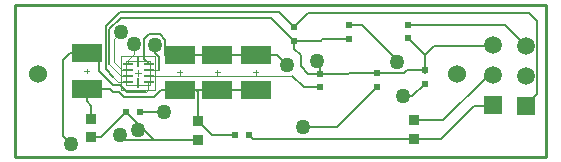
<source format=gtl>
G04 Layer_Physical_Order=1*
G04 Layer_Color=255*
%FSLAX44Y44*%
%MOMM*%
G71*
G01*
G75*
%ADD10R,0.5500X0.5500*%
%ADD11R,2.6000X1.5000*%
%ADD12R,0.8500X0.8500*%
%ADD13R,0.5500X0.5500*%
%ADD14R,0.9000X0.2500*%
%ADD15R,0.2500X0.9000*%
%ADD16C,0.2000*%
%ADD17C,0.1250*%
%ADD18C,0.1000*%
%ADD19C,0.2540*%
%ADD20C,0.0500*%
%ADD21C,1.5240*%
%ADD22C,1.5000*%
%ADD23R,1.5000X1.5000*%
%ADD24C,1.2700*%
D10*
X303500Y130843D02*
D03*
Y119158D02*
D03*
X256500Y129592D02*
D03*
Y117908D02*
D03*
X278500Y90092D02*
D03*
Y78408D02*
D03*
X327249Y90593D02*
D03*
Y78909D02*
D03*
X367250Y93343D02*
D03*
Y81659D02*
D03*
X353250Y131593D02*
D03*
Y119909D02*
D03*
D11*
X81000Y77250D02*
D03*
Y107250D02*
D03*
X159750Y76000D02*
D03*
Y106000D02*
D03*
X191750Y76000D02*
D03*
Y106000D02*
D03*
X224000Y76000D02*
D03*
Y106000D02*
D03*
D12*
X85000Y36251D02*
D03*
Y51750D02*
D03*
X175500Y34000D02*
D03*
Y49500D02*
D03*
X358500Y50500D02*
D03*
Y35000D02*
D03*
D13*
X206657Y38250D02*
D03*
X218341D02*
D03*
X114408Y57500D02*
D03*
X126092D02*
D03*
D14*
X116000Y98250D02*
D03*
Y93251D02*
D03*
Y88250D02*
D03*
Y83251D02*
D03*
X133500D02*
D03*
Y88250D02*
D03*
Y93251D02*
D03*
Y98250D02*
D03*
D15*
X124750Y82000D02*
D03*
Y99500D02*
D03*
D16*
X124206Y47702D02*
X137907Y34000D01*
X352669Y93250D02*
X367250D01*
X374991Y113650D02*
X418000D01*
X367250Y105909D02*
X374991Y113650D01*
X367250Y93343D02*
Y105909D01*
Y93250D02*
Y93343D01*
Y90409D02*
Y93250D01*
X353250Y119909D02*
X367250Y105909D01*
X350012Y90593D02*
X352669Y93250D01*
X356750Y70750D02*
X367454Y81454D01*
X147750Y106000D02*
Y118750D01*
X349250Y70750D02*
X356750D01*
X418000Y85500D02*
Y88250D01*
X383000Y50500D02*
X418000Y85500D01*
X358500Y50500D02*
X383000D01*
X408850Y62850D02*
X418000D01*
X381000Y35000D02*
X408850Y62850D01*
X358500Y35000D02*
X381000D01*
X264250Y44704D02*
X293045D01*
X91750Y92000D02*
Y107250D01*
X61000Y37298D02*
X67649Y30649D01*
X130000Y102442D02*
Y119750D01*
X100108Y127858D02*
X109750Y137500D01*
X97028Y130048D02*
X109230Y142250D01*
X100108Y97870D02*
Y127858D01*
X109750Y137500D02*
X236908D01*
X97028Y93919D02*
Y130048D01*
X109230Y142250D02*
X243842D01*
X236908Y137500D02*
X256500Y117908D01*
X143000Y123500D02*
X147750Y118750D01*
X133750Y123500D02*
X143000D01*
X130000Y119750D02*
X133750Y123500D01*
X138500Y107626D02*
X142001Y104125D01*
X138500Y107626D02*
Y114500D01*
X130000Y102442D02*
X133500Y98942D01*
X243842Y142250D02*
X256500Y129592D01*
X81000Y107250D02*
X91750D01*
Y92000D02*
X103232Y80518D01*
X455150Y141750D02*
X462280Y134620D01*
X268658Y141750D02*
X455150D01*
X256500Y129592D02*
X268658Y141750D01*
X250312Y97750D02*
X251000D01*
X255158Y88250D02*
X265000Y78408D01*
X256500Y111250D02*
Y117908D01*
Y111250D02*
X262250Y105500D01*
Y96500D02*
Y105500D01*
Y96500D02*
X268658Y90092D01*
X242062Y106000D02*
X250312Y97750D01*
X268658Y90092D02*
X278500D01*
X108000Y74750D02*
X112900Y69850D01*
X103500Y74750D02*
X108000D01*
X100999Y77250D02*
X103500Y74750D01*
X81000Y77250D02*
X100999D01*
X112900Y69850D02*
X138176D01*
X103232Y80518D02*
X109220D01*
X61000Y101194D02*
X67056Y107250D01*
X61000Y37298D02*
Y101194D01*
X314500Y130843D02*
X343750Y101593D01*
Y100000D02*
Y101593D01*
X303500Y130843D02*
X314500D01*
X142001Y93251D02*
Y104125D01*
X133500Y98250D02*
Y98942D01*
X159750Y76000D02*
X173736D01*
X114408Y57500D02*
X124206Y47702D01*
X137907Y34000D02*
X175500D01*
X113574D02*
X137907D01*
X221592Y35000D02*
X358500D01*
X218341Y38250D02*
X221592Y35000D01*
X67056Y107250D02*
X81000D01*
X293045Y44704D02*
X327249Y78909D01*
X224000Y106000D02*
X242062D01*
X278500Y90092D02*
Y98453D01*
X276176Y100778D02*
X278500Y98453D01*
X126092Y57500D02*
X146908D01*
X124206Y42672D02*
Y47702D01*
X462280Y72380D02*
Y134620D01*
X452750Y62850D02*
X462280Y72380D01*
X115570Y74168D02*
X131318D01*
X109220Y80518D02*
X115570Y74168D01*
X144326Y76000D02*
X159750D01*
X138176Y69850D02*
X144326Y76000D01*
X97028Y93919D02*
X103501Y87445D01*
X147750Y106000D02*
X159750D01*
X109220Y38354D02*
X113574Y34000D01*
X265000Y78408D02*
X278500D01*
X186750Y38250D02*
X206657D01*
X175500Y49500D02*
X186750Y38250D01*
X173736Y76000D02*
X175500Y74236D01*
Y49500D02*
Y74236D01*
X85000Y36251D02*
X93159D01*
X114408Y57500D01*
X434807Y131593D02*
X452750Y113650D01*
X353250Y131593D02*
X434807D01*
X191750Y106000D02*
X224000D01*
X159750D02*
X191750D01*
Y76000D02*
X224000D01*
X173736D02*
X191750D01*
X81000Y66483D02*
Y77250D01*
Y66483D02*
X85000Y62484D01*
Y51750D02*
Y62484D01*
X280396Y119158D02*
X303500D01*
X279146Y117908D02*
X280396Y119158D01*
X256500Y117908D02*
X279146D01*
X327249Y90593D02*
X350012D01*
X303014D02*
X327249D01*
X302514Y90092D02*
X303014Y90593D01*
X278500Y90092D02*
X302514D01*
D17*
X133500Y98942D02*
X133942Y98500D01*
X133350Y76200D02*
Y83251D01*
X121000Y106750D02*
Y114750D01*
X116000Y101750D02*
X121000Y106750D01*
X104250Y119500D02*
X110000Y125250D01*
X104250Y100253D02*
Y119500D01*
Y100253D02*
X111252Y93251D01*
X133500Y88250D02*
X255158D01*
X116000Y98250D02*
Y101750D01*
X133500Y93251D02*
X142001D01*
X109728Y88250D02*
X116000D01*
X100108Y97870D02*
X109728Y88250D01*
X133350Y83251D02*
X133500D01*
X131318Y74168D02*
X133350Y76200D01*
X111252Y93251D02*
X116000D01*
X103501Y87445D02*
X107696Y83251D01*
X116000D01*
D18*
X81000Y90251D02*
Y94251D01*
X79000Y92251D02*
X83000D01*
X159750Y89000D02*
Y93000D01*
X157750Y91000D02*
X161750D01*
X191750Y89000D02*
Y93000D01*
X189750Y91000D02*
X193750D01*
X224000Y89000D02*
Y93000D01*
X222000Y91000D02*
X226000D01*
X134750Y80751D02*
Y100751D01*
X114750Y80751D02*
X134750D01*
X114750D02*
Y100751D01*
X134750D01*
X122250Y90751D02*
X127250D01*
X124750Y88250D02*
Y93251D01*
D19*
X20250Y148000D02*
X470250D01*
Y20000D02*
Y148000D01*
X470000Y19750D02*
X470250Y20000D01*
X20500Y19750D02*
X470000D01*
X20250Y20000D02*
X20500Y19750D01*
X20250Y20000D02*
Y148000D01*
D20*
X139000Y76500D02*
Y105001D01*
X110500Y76500D02*
X139000D01*
X110500D02*
Y105001D01*
X139000D01*
D21*
X395000Y90000D02*
D03*
X40000D02*
D03*
D22*
X452750Y113650D02*
D03*
Y88250D02*
D03*
X424750Y113900D02*
D03*
Y88500D02*
D03*
D23*
X452750Y62850D02*
D03*
X424750Y63100D02*
D03*
D24*
X67500Y30500D02*
D03*
X264250Y44500D02*
D03*
X121000Y114750D02*
D03*
X110000Y125250D02*
D03*
X138500Y114500D02*
D03*
X349250Y70750D02*
D03*
X250312Y97750D02*
D03*
X343750Y100000D02*
D03*
X276176Y100778D02*
D03*
X146908Y57500D02*
D03*
X124206Y42672D02*
D03*
X109220Y38354D02*
D03*
M02*

</source>
